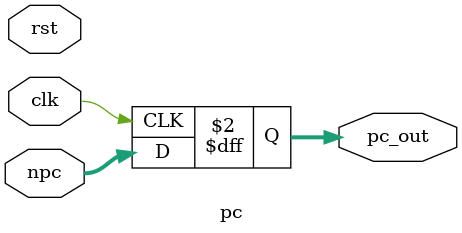
<source format=sv>
`timescale 1ns / 1ps


module pc#(
    parameter   DATAWIDTH = 32
)(
    input  logic                   clk  ,
    input  logic                   rst  ,
    input  logic [DATAWIDTH - 1:0] npc  ,
    output logic [DATAWIDTH - 1:0] pc_out   
);

    always_ff @( posedge clk ) begin
        pc_out <= npc;
    end

endmodule

</source>
